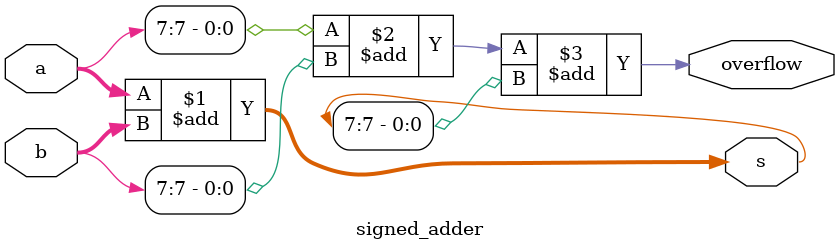
<source format=v>

module signed_adder(input [7:0] a,
    input [7:0] b,
    output [7:0] s,
    output overflow
); 

// The numbers a and b are added to the output s. 
// assign the occurence of the signed overflow of a and b to the output overflow.
// a signed overflow occurs if the most significant bits of a and b are low and the most significant bit of s is high
// a signed overflow may also occur if the most significant bits of a and b are high and the most significant bit of s is low

	assign s = a + b;
	assign overflow = a[7] + b[7] + s[7];
	
endmodule

</source>
